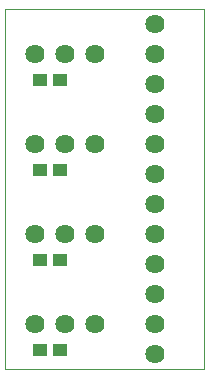
<source format=gts>
G75*
%MOIN*%
%OFA0B0*%
%FSLAX24Y24*%
%IPPOS*%
%LPD*%
%AMOC8*
5,1,8,0,0,1.08239X$1,22.5*
%
%ADD10C,0.0000*%
%ADD11C,0.0640*%
%ADD12R,0.0473X0.0434*%
D10*
X000100Y000125D02*
X000100Y012121D01*
X006720Y012121D01*
X006720Y000125D01*
X000100Y000125D01*
D11*
X001100Y001625D03*
X002100Y001625D03*
X003100Y001625D03*
X003100Y004625D03*
X002100Y004625D03*
X001100Y004625D03*
X001100Y007625D03*
X002100Y007625D03*
X003100Y007625D03*
X003100Y010625D03*
X002100Y010625D03*
X001100Y010625D03*
X005100Y010625D03*
X005100Y009625D03*
X005100Y008625D03*
X005100Y007625D03*
X005100Y006625D03*
X005100Y005625D03*
X005100Y004625D03*
X005100Y003625D03*
X005100Y002625D03*
X005100Y001625D03*
X005100Y000625D03*
X005100Y011625D03*
D12*
X001935Y009750D03*
X001265Y009750D03*
X001265Y006750D03*
X001935Y006750D03*
X001935Y003750D03*
X001265Y003750D03*
X001265Y000750D03*
X001935Y000750D03*
M02*

</source>
